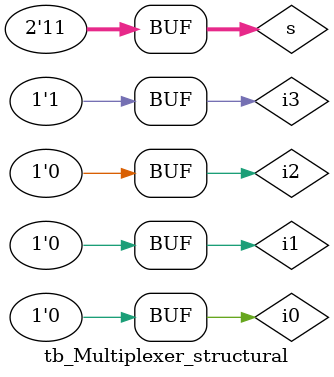
<source format=v>
`timescale 1ns / 1ps

module tb_Multiplexer_structural;
    //Inputs to be defined as registers
    reg i0;
    reg i1;
    reg i2;
    reg i3;
    reg [1:0] s;
        
    //Outputs to be defined as wires
    wire d;
    
    //Instantiate the unit under test
    Multiplexer_structural uut (
        .i0(i0),
        .i1(i1),
        .i2(i2),
        .i3(i3),
        .s(s),
        .d(d)
    );
    
    initial begin
        //Initialize inputs
        i3 = 0;
        i2 = 0;
        i1 = 0;
        i0 = 0;
        s = 0;
       
       //Wait 50ns for global reset to finish
       #50;
       
       // Stimulus - All input combinations followed by some wait time to observe the o/p    
       i3 = 0;
       i2 = 0;
       i1 = 0;
       i0 = 1;
       s = 0;
       #50;
       $display("TC10");
       if ( d != 1'b1 ) $display ("Result is wrong");
       
       i3 = 0;
       i2 = 0;
       i1 = 1;
       i0 = 0;
       s = 1;
       #50;
       $display("TC21");
       if ( d != 1'b1 ) $display ("Result is wrong");
       
       i3 = 0;
       i2 = 1;
       i1 = 0;
       i0 = 0;
       s = 2;
       #50;
       $display("TC42");
       if ( d != 1'b1 ) $display ("Result is wrong");
       
       i3 = 1;
       i2 = 0;
       i1 = 0;
       i0 = 0;
       s = 3;
       #50;
       $display("TC83");
       if ( d != 1'b1 ) $display ("Result is wrong");
       
    end
endmodule

</source>
